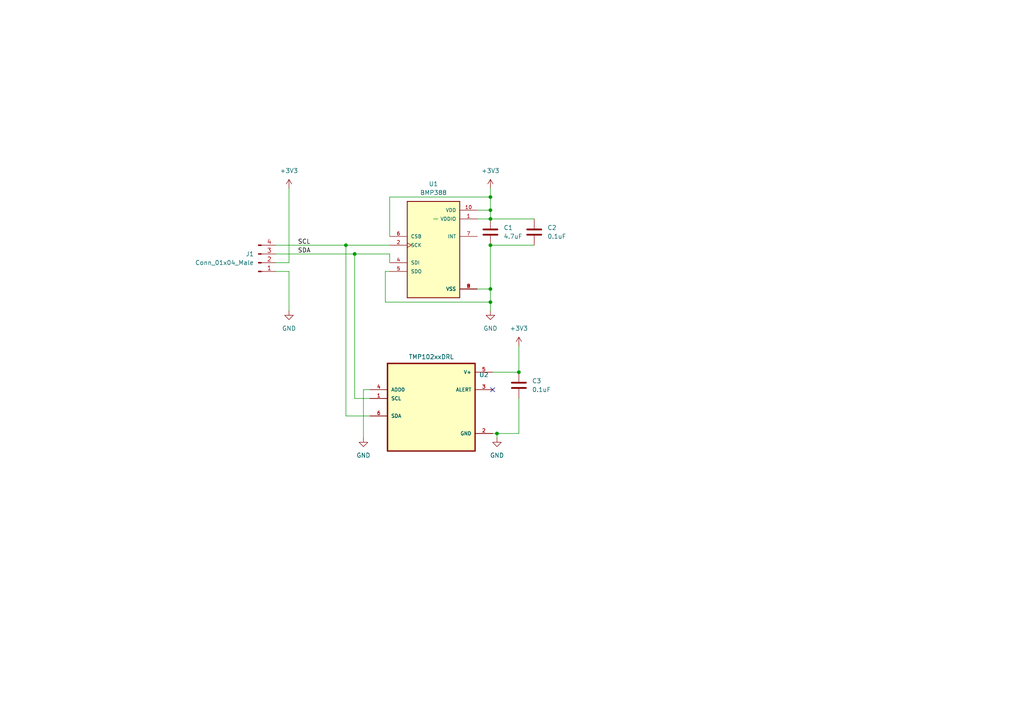
<source format=kicad_sch>
(kicad_sch (version 20211123) (generator eeschema)
  (paper "A4")
  (lib_symbols
    (symbol "Connector:Conn_01x04_Male" (pin_names (offset 1.016) hide)
      (property "Reference" "J" (at 0 5.08 0))
      (property "Value" "Conn_01x04_Male" (at 0 -7.62 0))
      (symbol "Conn_01x04_Male_1_1"
        (polyline (pts (xy 1.27 -5.08) (xy 0.8636 -5.08)) (stroke (width 0.1524)))
        (polyline (pts (xy 1.27 -2.54) (xy 0.8636 -2.54)) (stroke (width 0.1524)))
        (polyline (pts (xy 1.27 0) (xy 0.8636 0)) (stroke (width 0.1524)))
        (polyline (pts (xy 1.27 2.54) (xy 0.8636 2.54)) (stroke (width 0.1524)))
        (rectangle (start 0.8636 -4.953) (end 0 -5.207) (stroke (width 0.1524)) (fill (type outline)))
        (rectangle (start 0.8636 -2.413) (end 0 -2.667) (stroke (width 0.1524)) (fill (type outline)))
        (rectangle (start 0.8636 0.127) (end 0 -0.127) (stroke (width 0.1524)) (fill (type outline)))
        (rectangle (start 0.8636 2.667) (end 0 2.413) (stroke (width 0.1524)) (fill (type outline)))
        (pin passive line (at 5.08 2.54 180) (length 3.81) (name "Pin_1") (number "1"))
        (pin passive line (at 5.08 0 180) (length 3.81) (name "Pin_2") (number "2"))
        (pin passive line (at 5.08 -2.54 180) (length 3.81) (name "Pin_3") (number "3"))
        (pin passive line (at 5.08 -5.08 180) (length 3.81) (name "Pin_4") (number "4"))
      )
    )
    (symbol "Device:C" (pin_numbers hide) (pin_names (offset 0.254))
      (property "Reference" "C" (at 0.635 2.54 0))
      (property "Value" "C" (at 0.635 -2.54 0))
      (symbol "C_0_1"
        (polyline (pts (xy -2.032 -0.762) (xy 2.032 -0.762)) (stroke (width 0.508)))
        (polyline (pts (xy -2.032 0.762) (xy 2.032 0.762)) (stroke (width 0.508)))
      )
      (symbol "C_1_1"
        (pin passive line (at 0 3.81 270) (length 2.794) (name "~") (number "1"))
        (pin passive line (at 0 -3.81 90) (length 2.794) (name "~") (number "2"))
      )
    )
    (symbol "airball-hardware:BMP388" (pin_names (offset 1.016))
      (property "Reference" "U" (at -7.6281 15.2562 0))
      (property "Value" "BMP388" (at -7.6268 -15.2536 0))
      (symbol "BMP388_0_0"
        (rectangle (start -7.62 -12.7) (end 7.62 15.24) (stroke (width 0.254)) (fill (type background)))
        (pin power_in line (at 12.7 10.16 180) (length 5.08) (name "VDDIO") (number "1"))
        (pin power_in line (at 12.7 12.7 180) (length 5.08) (name "VDD") (number "10"))
        (pin input clock (at -12.7 2.54 0) (length 5.08) (name "SCK") (number "2"))
        (pin power_in line (at 12.7 -10.16 180) (length 5.08) (name "VSS") (number "3"))
        (pin bidirectional line (at -12.7 -2.54 0) (length 5.08) (name "SDI") (number "4"))
        (pin bidirectional line (at -12.7 -5.08 0) (length 5.08) (name "SDO") (number "5"))
        (pin input line (at -12.7 5.08 0) (length 5.08) (name "CSB") (number "6"))
        (pin output line (at 12.7 5.08 180) (length 5.08) (name "INT") (number "7"))
        (pin power_in line (at 12.7 -10.16 180) (length 5.08) (name "VSS") (number "8"))
        (pin power_in line (at 12.7 -10.16 180) (length 5.08) (name "VSS") (number "9"))
      )
    )
    (symbol "airball-hardware:TMP102AIDRLR" (pin_names (offset 1.016))
      (property "Reference" "U" (at -12.7 13.6906 0))
      (property "Value" "TMP102AIDRLR" (at -12.7 -16.6878 0))
      (symbol "TMP102AIDRLR_0_0"
        (rectangle (start -12.7 -12.7) (end 12.7 12.7) (stroke (width 0.4064)) (fill (type background)))
        (pin input line (at -17.78 2.54 0) (length 5.08) (name "SCL") (number "1"))
        (pin power_in line (at 17.78 -7.62 180) (length 5.08) (name "GND") (number "2"))
        (pin output line (at 17.78 5.08 180) (length 5.08) (name "ALERT") (number "3"))
        (pin input line (at -17.78 5.08 0) (length 5.08) (name "ADD0") (number "4"))
        (pin power_in line (at 17.78 10.16 180) (length 5.08) (name "V+") (number "5"))
        (pin bidirectional line (at -17.78 -2.54 0) (length 5.08) (name "SDA") (number "6"))
      )
    )
    (symbol "power:+3V3" (power) (pin_names (offset 0))
      (property "Value" "+3V3" (at 0 3.556 0))
      (symbol "+3V3_0_1"
        (polyline (pts (xy -0.762 1.27) (xy 0 2.54)))
        (polyline (pts (xy 0 0) (xy 0 2.54)))
        (polyline (pts (xy 0 2.54) (xy 0.762 1.27)))
      )
      (symbol "+3V3_1_1"
        (pin power_in line (at 0 0 90) (length 0) hide (name "+3V3") (number "1"))
      )
    )
    (symbol "power:GND" (power) (pin_names (offset 0))
      (property "Value" "GND" (at 0 -3.81 0))
      (symbol "GND_0_1"
        (polyline (pts (xy 0 0) (xy 0 -1.27) (xy 1.27 -1.27) (xy 0 -2.54) (xy -1.27 -1.27) (xy 0 -1.27)))
      )
      (symbol "GND_1_1"
        (pin power_in line (at 0 0 270) (length 0) hide (name "GND") (number "1"))
      )
    )
  )
  (junction (at 142.24 57.15))
  (junction (at 102.87 73.66))
  (junction (at 142.24 71.12))
  (junction (at 150.495 107.95))
  (junction (at 142.24 87.63))
  (junction (at 142.24 63.5))
  (junction (at 142.24 83.82))
  (junction (at 144.145 125.73))
  (junction (at 142.24 60.96))
  (junction (at 100.33 71.12))
  (no_connect (at 142.875 113.03))
  (wire (pts (xy 150.495 115.57) (xy 150.495 125.73)))
  (wire (pts (xy 150.495 125.73) (xy 144.145 125.73)))
  (wire (pts (xy 125.73 63.5) (xy 127 63.5)))
  (wire (pts (xy 80.01 76.2) (xy 83.82 76.2)))
  (wire (pts (xy 150.495 100.33) (xy 150.495 107.95)))
  (wire (pts (xy 142.24 71.12) (xy 142.24 83.82)))
  (wire (pts (xy 142.24 63.5) (xy 142.24 60.96)))
  (wire (pts (xy 113.03 68.58) (xy 113.03 57.15)))
  (wire (pts (xy 107.315 113.03) (xy 105.41 113.03)))
  (wire (pts (xy 80.01 71.12) (xy 100.33 71.12)))
  (wire (pts (xy 142.24 63.5) (xy 154.94 63.5)))
  (wire (pts (xy 142.24 87.63) (xy 142.24 90.17)))
  (wire (pts (xy 142.24 57.15) (xy 142.24 60.96)))
  (wire (pts (xy 142.875 107.95) (xy 150.495 107.95)))
  (wire (pts (xy 111.76 78.74) (xy 111.76 87.63)))
  (wire (pts (xy 102.87 115.57) (xy 107.315 115.57)))
  (wire (pts (xy 138.43 63.5) (xy 142.24 63.5)))
  (wire (pts (xy 100.33 71.12) (xy 100.33 120.65)))
  (wire (pts (xy 102.87 73.66) (xy 102.87 115.57)))
  (wire (pts (xy 113.03 73.66) (xy 113.03 76.2)))
  (wire (pts (xy 142.24 60.96) (xy 138.43 60.96)))
  (wire (pts (xy 100.33 120.65) (xy 107.315 120.65)))
  (wire (pts (xy 102.87 73.66) (xy 113.03 73.66)))
  (wire (pts (xy 105.41 113.03) (xy 105.41 127)))
  (wire (pts (xy 142.24 54.61) (xy 142.24 57.15)))
  (wire (pts (xy 83.82 78.74) (xy 83.82 90.17)))
  (wire (pts (xy 111.76 87.63) (xy 142.24 87.63)))
  (wire (pts (xy 80.01 73.66) (xy 102.87 73.66)))
  (wire (pts (xy 142.24 83.82) (xy 142.24 87.63)))
  (wire (pts (xy 144.145 125.73) (xy 144.145 127)))
  (wire (pts (xy 80.01 78.74) (xy 83.82 78.74)))
  (wire (pts (xy 138.43 83.82) (xy 142.24 83.82)))
  (wire (pts (xy 142.24 71.12) (xy 154.94 71.12)))
  (wire (pts (xy 113.03 57.15) (xy 142.24 57.15)))
  (wire (pts (xy 142.875 125.73) (xy 144.145 125.73)))
  (wire (pts (xy 100.33 71.12) (xy 113.03 71.12)))
  (wire (pts (xy 113.03 78.74) (xy 111.76 78.74)))
  (wire (pts (xy 83.82 54.61) (xy 83.82 76.2)))
  (label "SDA" (at 86.36 73.66 0))
  (label "SCL" (at 86.36 71.12 0))
  (symbol (lib_id "power:+3V3") (at 150.495 100.33 0) (unit 1)
    (property "Reference" "#PWR0102" (effects hide))
    (property "Value" "+3V3" (at 150.495 95.25 0))
  )
  (symbol (lib_id "Device:C") (at 154.94 67.31 0) (unit 1)
    (property "Reference" "C2" (at 158.75 66.0399 0) (effects (justify left)))
    (property "Value" "0.1uF" (at 158.75 68.5799 0) (effects (justify left)))
    (property "Footprint" "Capacitor_SMD:C_0603_1608Metric" (effects hide))
  )
  (symbol (lib_id "Device:C") (at 142.24 67.31 0) (unit 1)
    (property "Reference" "C1" (at 146.05 66.0399 0) (effects (justify left)))
    (property "Value" "4.7uF" (at 146.05 68.5799 0) (effects (justify left)))
    (property "Footprint" "Capacitor_SMD:C_0603_1608Metric" (effects hide))
  )
  (symbol (lib_id "power:GND") (at 142.24 90.17 0) (unit 1)
    (property "Reference" "#PWR04" (effects hide))
    (property "Value" "GND" (at 142.24 95.25 0))
  )
  (symbol (lib_id "power:GND") (at 105.41 127 0) (unit 1)
    (property "Reference" "#PWR?" (effects hide))
    (property "Value" "GND" (at 105.41 132.08 0))
  )
  (symbol (lib_id "airball-hardware:TMP102AIDRLR") (at 125.095 118.11 0) (unit 1)
    (property "Reference" "U2" (at 140.335 108.6993 0))
    (property "Value" "TMP102xxDRL" (at 125.095 103.505 0))
    (property "Footprint" "airball-hardware:TMP102 - SOT50P160X60-6N" (effects hide))
    (property "Datasheet" "https://www.ti.com/lit/ds/symlink/tmp102.pdf" (effects hide))
  )
  (symbol (lib_id "airball-hardware:BMP388") (at 125.73 73.66 0) (unit 1)
    (property "Reference" "U1" (at 125.73 53.34 0))
    (property "Value" "BMP388" (at 125.73 55.88 0))
    (property "Footprint" "airball-hardware:BMP388" (effects hide))
    (property "Datasheet" "https://ae-bst.resource.bosch.com/media/_tech/media/datasheets/BST-BMP280-DS001.pdf" (effects hide))
    (property "MANUFACTURER" "BOSCH" (effects hide))
    (property "PARTREV" "1.1" (effects hide))
    (property "STANDARD" "IPC 7351B" (effects hide))
  )
  (symbol (lib_id "Connector:Conn_01x04_Male") (at 74.93 76.2 0) (mirror x) (unit 1)
    (property "Reference" "J1" (at 73.66 73.6599 0) (effects (justify right)))
    (property "Value" "Conn_01x04_Male" (at 73.66 76.1999 0) (effects (justify right)))
    (property "Footprint" "airball-hardware:JST_SH_BM04B-SRSS-TB_1x04-1MP_P1.00mm_Vertical" (effects hide))
  )
  (symbol (lib_id "power:+3V3") (at 142.24 54.61 0) (unit 1)
    (property "Reference" "#PWR03" (effects hide))
    (property "Value" "+3V3" (at 142.24 49.53 0))
  )
  (symbol (lib_id "power:+3V3") (at 83.82 54.61 0) (unit 1)
    (property "Reference" "#PWR01" (effects hide))
    (property "Value" "+3V3" (at 83.82 49.53 0))
  )
  (symbol (lib_id "power:GND") (at 83.82 90.17 0) (unit 1)
    (property "Reference" "#PWR02" (effects hide))
    (property "Value" "GND" (at 83.82 95.25 0))
  )
  (symbol (lib_id "Device:C") (at 150.495 111.76 0) (unit 1)
    (property "Reference" "C3" (at 154.305 110.4899 0) (effects (justify left)))
    (property "Value" "0.1uF" (at 154.305 113.0299 0) (effects (justify left)))
    (property "Footprint" "Capacitor_SMD:C_0603_1608Metric" (effects hide))
  )
  (symbol (lib_id "power:GND") (at 144.145 127 0) (unit 1)
    (property "Reference" "#PWR0101" (effects hide))
    (property "Value" "GND" (at 144.145 132.08 0))
  )
)
</source>
